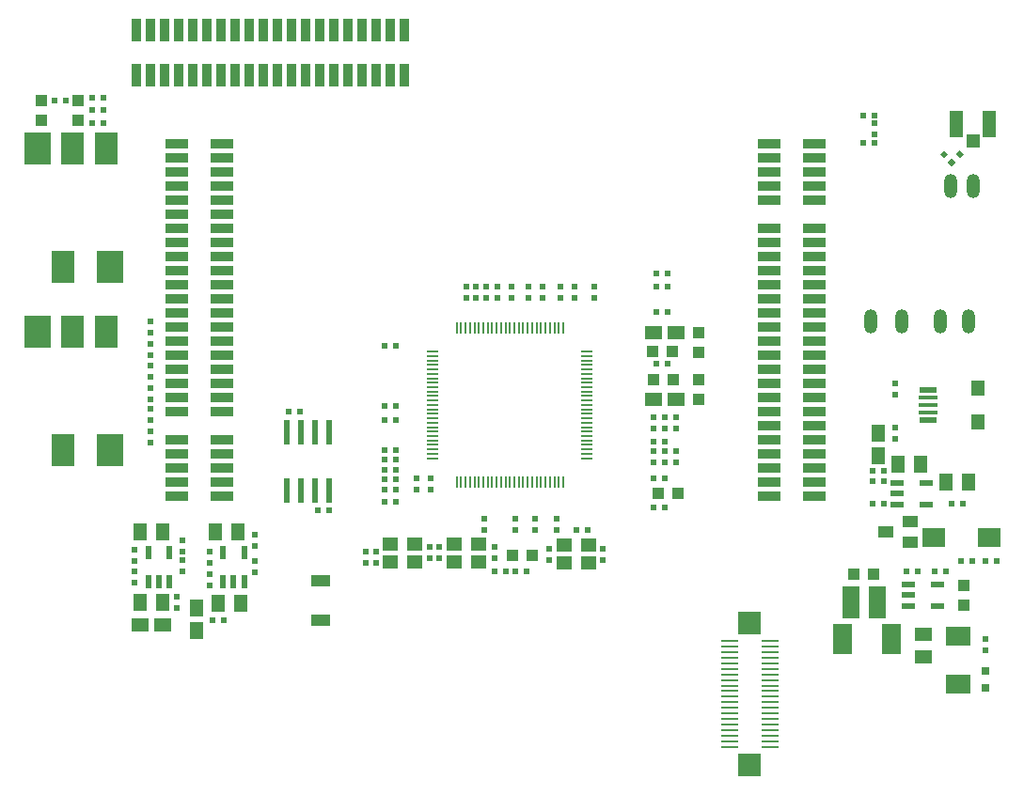
<source format=gbr>
%TF.GenerationSoftware,KiCad,Pcbnew,5.1.6-c6e7f7d~87~ubuntu18.04.1*%
%TF.CreationDate,2021-01-15T14:59:15+02:00*%
%TF.ProjectId,STMP1(A13)-SOM-EVB_Rev_B,53544d50-3128-4413-9133-292d534f4d2d,B*%
%TF.SameCoordinates,Original*%
%TF.FileFunction,Paste,Top*%
%TF.FilePolarity,Positive*%
%FSLAX46Y46*%
G04 Gerber Fmt 4.6, Leading zero omitted, Abs format (unit mm)*
G04 Created by KiCad (PCBNEW 5.1.6-c6e7f7d~87~ubuntu18.04.1) date 2021-01-15 14:59:15*
%MOMM*%
%LPD*%
G01*
G04 APERTURE LIST*
%ADD10R,1.111000X0.211000*%
%ADD11R,0.211000X1.111000*%
%ADD12R,0.500000X0.550000*%
%ADD13C,0.100000*%
%ADD14O,1.200000X2.200000*%
%ADD15R,2.000000X0.900000*%
%ADD16R,1.202400X2.352400*%
%ADD17R,1.202400X1.202400*%
%ADD18R,1.524000X1.270000*%
%ADD19R,1.016000X1.016000*%
%ADD20R,0.550000X0.500000*%
%ADD21R,1.270000X1.524000*%
%ADD22R,1.778000X1.016000*%
%ADD23R,2.286000X1.778000*%
%ADD24R,1.600000X0.230000*%
%ADD25R,2.000000X2.000000*%
%ADD26R,1.800000X2.700000*%
%ADD27R,1.998400X2.898400*%
%ADD28R,2.398400X2.898400*%
%ADD29R,1.600000X3.000000*%
%ADD30R,0.800000X0.800000*%
%ADD31R,1.400000X1.200000*%
%ADD32R,1.200000X0.550000*%
%ADD33R,0.600000X2.200000*%
%ADD34R,0.550000X1.200000*%
%ADD35R,2.000000X1.700000*%
%ADD36R,1.400000X1.000000*%
%ADD37R,0.900000X2.000000*%
%ADD38R,1.650000X0.500000*%
%ADD39R,1.721120X0.396120*%
%ADD40R,1.254000X1.354000*%
G04 APERTURE END LIST*
D10*
%TO.C,U6*%
X154270000Y-72110000D03*
X154270000Y-71710000D03*
X154270000Y-71310000D03*
X154270000Y-70910000D03*
X154270000Y-70510000D03*
X154270000Y-70110000D03*
X154270000Y-69710000D03*
X154270000Y-69310000D03*
X154270000Y-68910000D03*
X154270000Y-68510000D03*
X154270000Y-68110000D03*
X154270000Y-67710000D03*
X154270000Y-67310000D03*
X154270000Y-66910000D03*
X154270000Y-66510000D03*
X154270000Y-66110000D03*
X154270000Y-65710000D03*
X154270000Y-65310000D03*
X154270000Y-64910000D03*
X154270000Y-64510000D03*
X154270000Y-64110000D03*
X154270000Y-63710000D03*
X154270000Y-63310000D03*
X154270000Y-62910000D03*
X154270000Y-62510000D03*
D11*
X149320000Y-60360000D03*
X148520000Y-60360000D03*
X142520000Y-60360000D03*
X148920000Y-60360000D03*
X149720000Y-60360000D03*
X145720000Y-60360000D03*
X150520000Y-60360000D03*
X152120000Y-60360000D03*
X151320000Y-60360000D03*
X146520000Y-60360000D03*
X147320000Y-60360000D03*
X145320000Y-60360000D03*
X143720000Y-60360000D03*
X150120000Y-60360000D03*
X147720000Y-60360000D03*
X146120000Y-60360000D03*
X144920000Y-60360000D03*
X151720000Y-60360000D03*
X142920000Y-60360000D03*
X148120000Y-60360000D03*
X150920000Y-60360000D03*
X146920000Y-60360000D03*
X144120000Y-60360000D03*
X143320000Y-60360000D03*
X144520000Y-60360000D03*
D10*
X140370000Y-69310000D03*
X140370000Y-68510000D03*
X140370000Y-62510000D03*
X140370000Y-68910000D03*
X140370000Y-69710000D03*
X140370000Y-65710000D03*
X140370000Y-70510000D03*
X140370000Y-72110000D03*
X140370000Y-71310000D03*
X140370000Y-66510000D03*
X140370000Y-67310000D03*
X140370000Y-65310000D03*
X140370000Y-63710000D03*
X140370000Y-70110000D03*
X140370000Y-67710000D03*
X140370000Y-66110000D03*
X140370000Y-64910000D03*
X140370000Y-71710000D03*
X140370000Y-62910000D03*
X140370000Y-68110000D03*
X140370000Y-70910000D03*
X140370000Y-66910000D03*
X140370000Y-64110000D03*
X140370000Y-63310000D03*
X140370000Y-64510000D03*
D11*
X142520000Y-74260000D03*
X149320000Y-74260000D03*
X152120000Y-74260000D03*
X146520000Y-74260000D03*
X147320000Y-74260000D03*
X150120000Y-74260000D03*
X147720000Y-74260000D03*
X146120000Y-74260000D03*
X144920000Y-74260000D03*
X149720000Y-74260000D03*
X148920000Y-74260000D03*
X145720000Y-74260000D03*
X150520000Y-74260000D03*
X151320000Y-74260000D03*
X145320000Y-74260000D03*
X143720000Y-74260000D03*
X148520000Y-74260000D03*
X151720000Y-74260000D03*
X142920000Y-74260000D03*
X148120000Y-74260000D03*
X150920000Y-74260000D03*
X146920000Y-74260000D03*
X144120000Y-74260000D03*
X143320000Y-74260000D03*
X144520000Y-74260000D03*
%TD*%
D12*
%TO.C,C3*%
X179142000Y-43688000D03*
X180158000Y-43688000D03*
%TD*%
D13*
%TO.C,R4*%
G36*
X187100000Y-45078554D02*
G01*
X187453553Y-45432107D01*
X187100000Y-45785660D01*
X186746447Y-45432107D01*
X187100000Y-45078554D01*
G37*
G36*
X187807107Y-45078553D02*
G01*
X187453554Y-44725000D01*
X187807107Y-44371447D01*
X188160660Y-44725000D01*
X187807107Y-45078553D01*
G37*
G36*
X186746446Y-44725000D02*
G01*
X186392893Y-45078553D01*
X186039340Y-44725000D01*
X186392893Y-44371447D01*
X186746446Y-44725000D01*
G37*
%TD*%
D12*
%TO.C,R16*%
X136017000Y-76073000D03*
X137033000Y-76073000D03*
%TD*%
%TO.C,C4*%
X180158000Y-41200000D03*
X179142000Y-41200000D03*
%TD*%
D14*
%TO.C,U1*%
X187039000Y-47621000D03*
X189039000Y-47621000D03*
X188589000Y-59821000D03*
X186069000Y-59821000D03*
X182589000Y-59821000D03*
X179809000Y-59821000D03*
%TD*%
D15*
%TO.C,GPIO-3*%
X117348000Y-70485000D03*
X121412000Y-70485000D03*
X117348000Y-71755000D03*
X121412000Y-71755000D03*
X117348000Y-73025000D03*
X121412000Y-73025000D03*
X117348000Y-74295000D03*
X121412000Y-74295000D03*
X117348000Y-75565000D03*
X121412000Y-75565000D03*
%TD*%
%TO.C,GPIO-2*%
X174752000Y-48895000D03*
X170688000Y-48895000D03*
X174752000Y-47625000D03*
X170688000Y-47625000D03*
X174752000Y-46355000D03*
X170688000Y-46355000D03*
X174752000Y-45085000D03*
X170688000Y-45085000D03*
X174752000Y-43815000D03*
X170688000Y-43815000D03*
%TD*%
%TO.C,LCD_TR1*%
X117348000Y-56515000D03*
X121412000Y-56515000D03*
X117348000Y-57785000D03*
X121412000Y-57785000D03*
X117348000Y-59055000D03*
X121412000Y-59055000D03*
X117348000Y-60325000D03*
X121412000Y-60325000D03*
X117348000Y-61595000D03*
X121412000Y-61595000D03*
X117348000Y-62865000D03*
X121412000Y-62865000D03*
X117348000Y-64135000D03*
X121412000Y-64135000D03*
X117348000Y-65405000D03*
X121412000Y-65405000D03*
X117348000Y-66675000D03*
X121412000Y-66675000D03*
X117348000Y-67945000D03*
X121412000Y-67945000D03*
X121412000Y-55245000D03*
X117348000Y-55245000D03*
X121412000Y-53975000D03*
X117348000Y-53975000D03*
X121412000Y-52705000D03*
X117348000Y-52705000D03*
X121412000Y-51435000D03*
X117348000Y-51435000D03*
X121412000Y-50165000D03*
X117348000Y-50165000D03*
X121412000Y-48895000D03*
X117348000Y-48895000D03*
X121412000Y-47625000D03*
X117348000Y-47625000D03*
X121412000Y-46355000D03*
X117348000Y-46355000D03*
X121412000Y-45085000D03*
X117348000Y-45085000D03*
X121412000Y-43815000D03*
X117348000Y-43815000D03*
%TD*%
%TO.C,GPIO-1*%
X174752000Y-75564999D03*
X170688000Y-75564999D03*
X174752000Y-74294999D03*
X170688000Y-74294999D03*
X174752000Y-73024999D03*
X170688000Y-73024999D03*
X174752000Y-71754999D03*
X170688000Y-71754999D03*
X174752000Y-70484999D03*
X170688000Y-70484999D03*
X174752000Y-69214999D03*
X170688000Y-69214999D03*
X174752000Y-67944999D03*
X170688000Y-67944999D03*
X174752000Y-66674999D03*
X170688000Y-66674999D03*
X174752000Y-65404999D03*
X170688000Y-65404999D03*
X174752000Y-64134999D03*
X170688000Y-64134999D03*
X170688000Y-51434999D03*
X174752000Y-51434999D03*
X170688000Y-52704999D03*
X174752000Y-52704999D03*
X170688000Y-53974999D03*
X174752000Y-53974999D03*
X170688000Y-55244999D03*
X174752000Y-55244999D03*
X170688000Y-56514999D03*
X174752000Y-56514999D03*
X170688000Y-57784999D03*
X174752000Y-57784999D03*
X170688000Y-59054999D03*
X174752000Y-59054999D03*
X170688000Y-60324999D03*
X174752000Y-60324999D03*
X170688000Y-61594999D03*
X174752000Y-61594999D03*
X170688000Y-62864999D03*
X174752000Y-62864999D03*
%TD*%
D16*
%TO.C,ANT2*%
X187500000Y-42025000D03*
X190500000Y-42025000D03*
D17*
X189000000Y-43525000D03*
%TD*%
D18*
%TO.C,C1*%
X184531000Y-88011000D03*
X184531000Y-90043000D03*
%TD*%
D19*
%TO.C,C2*%
X188214000Y-83566000D03*
X188214000Y-85344000D03*
%TD*%
%TO.C,C5*%
X178308000Y-82550000D03*
X180086000Y-82550000D03*
%TD*%
%TO.C,C6*%
X161925000Y-62484000D03*
X160147000Y-62484000D03*
%TD*%
D12*
%TO.C,C7*%
X161544000Y-63627000D03*
X160528000Y-63627000D03*
%TD*%
%TO.C,C8*%
X160528000Y-55499000D03*
X161544000Y-55499000D03*
%TD*%
D20*
%TO.C,C9*%
X153162000Y-57658000D03*
X153162000Y-56642000D03*
%TD*%
D12*
%TO.C,C10*%
X136017000Y-67437000D03*
X137033000Y-67437000D03*
%TD*%
D20*
%TO.C,C11*%
X140208000Y-73914000D03*
X140208000Y-74930000D03*
%TD*%
D12*
%TO.C,C12*%
X161290000Y-73914000D03*
X160274000Y-73914000D03*
%TD*%
%TO.C,C13*%
X136017000Y-61976000D03*
X137033000Y-61976000D03*
%TD*%
%TO.C,C14*%
X136017000Y-68707000D03*
X137033000Y-68707000D03*
%TD*%
D20*
%TO.C,C15*%
X149606000Y-77597000D03*
X149606000Y-78613000D03*
%TD*%
%TO.C,C16*%
X145034000Y-78613000D03*
X145034000Y-77597000D03*
%TD*%
D12*
%TO.C,C17*%
X137033000Y-74930000D03*
X136017000Y-74930000D03*
%TD*%
D20*
%TO.C,C18*%
X147828000Y-78613000D03*
X147828000Y-77597000D03*
%TD*%
D19*
%TO.C,C19*%
X162052000Y-65024000D03*
X160274000Y-65024000D03*
%TD*%
D12*
%TO.C,C20*%
X161544000Y-58928000D03*
X160528000Y-58928000D03*
%TD*%
D20*
%TO.C,C21*%
X150241000Y-56642000D03*
X150241000Y-57658000D03*
%TD*%
%TO.C,C22*%
X146177000Y-57658000D03*
X146177000Y-56642000D03*
%TD*%
%TO.C,C23*%
X143383000Y-56642000D03*
X143383000Y-57658000D03*
%TD*%
D12*
%TO.C,C24*%
X137033000Y-71374000D03*
X136017000Y-71374000D03*
%TD*%
D20*
%TO.C,C25*%
X138938000Y-74930000D03*
X138938000Y-73914000D03*
%TD*%
D12*
%TO.C,C26*%
X161290000Y-70612000D03*
X160274000Y-70612000D03*
%TD*%
D20*
%TO.C,C27*%
X151511000Y-78613000D03*
X151511000Y-77597000D03*
%TD*%
%TO.C,C28*%
X135255000Y-81534000D03*
X135255000Y-80518000D03*
%TD*%
%TO.C,C29*%
X140081000Y-81153000D03*
X140081000Y-80137000D03*
%TD*%
%TO.C,C30*%
X140970000Y-81153000D03*
X140970000Y-80137000D03*
%TD*%
%TO.C,C31*%
X145923000Y-81153000D03*
X145923000Y-80137000D03*
%TD*%
%TO.C,C32*%
X150876000Y-81280000D03*
X150876000Y-80264000D03*
%TD*%
%TO.C,C33*%
X155702000Y-81280000D03*
X155702000Y-80264000D03*
%TD*%
D12*
%TO.C,C34*%
X137033000Y-73152000D03*
X136017000Y-73152000D03*
%TD*%
%TO.C,C37*%
X131064000Y-76835000D03*
X130048000Y-76835000D03*
%TD*%
D19*
%TO.C,C35*%
X164338000Y-62611000D03*
X164338000Y-60833000D03*
%TD*%
%TO.C,C36*%
X164338000Y-65024000D03*
X164338000Y-66802000D03*
%TD*%
D20*
%TO.C,C38*%
X162306000Y-68453000D03*
X162306000Y-69469000D03*
%TD*%
D21*
%TO.C,C39*%
X116078000Y-78740000D03*
X114046000Y-78740000D03*
%TD*%
%TO.C,C40*%
X120777000Y-78740000D03*
X122809000Y-78740000D03*
%TD*%
D20*
%TO.C,C41*%
X162306000Y-71501000D03*
X162306000Y-72517000D03*
%TD*%
D21*
%TO.C,C43*%
X116078000Y-85090000D03*
X114046000Y-85090000D03*
%TD*%
%TO.C,C44*%
X123063000Y-85217000D03*
X121031000Y-85217000D03*
%TD*%
D22*
%TO.C,C45*%
X130302000Y-86741000D03*
X130302000Y-83185000D03*
%TD*%
D20*
%TO.C,C46*%
X117348000Y-85598000D03*
X117348000Y-84582000D03*
%TD*%
D12*
%TO.C,C47*%
X121539000Y-86741000D03*
X120523000Y-86741000D03*
%TD*%
D23*
%TO.C,D1*%
X187706000Y-88120000D03*
X187706000Y-92474000D03*
%TD*%
D24*
%TO.C,Flash_Con1*%
X167110000Y-88595000D03*
X167110000Y-94595000D03*
X170710000Y-96095000D03*
X170710000Y-94595000D03*
X170710000Y-93595000D03*
X167110000Y-94095000D03*
X170710000Y-95595000D03*
X170710000Y-92595000D03*
X167110000Y-90595000D03*
X167110000Y-89095000D03*
X167110000Y-89595000D03*
X170710000Y-97595000D03*
X167110000Y-92595000D03*
X167110000Y-90095000D03*
X170710000Y-89595000D03*
X167110000Y-95595000D03*
X170710000Y-97095000D03*
X167110000Y-98095000D03*
X167110000Y-97095000D03*
X167110000Y-91095000D03*
X167110000Y-92095000D03*
X170710000Y-91095000D03*
X170710000Y-93095000D03*
X170710000Y-96595000D03*
X167110000Y-91595000D03*
X170710000Y-95095000D03*
X167110000Y-97595000D03*
X167110000Y-96595000D03*
X167110000Y-96095000D03*
X170710000Y-90595000D03*
X170710000Y-88595000D03*
X167110000Y-93095000D03*
X170710000Y-94095000D03*
X167110000Y-95095000D03*
X170710000Y-98095000D03*
X170710000Y-91595000D03*
X170710000Y-90095000D03*
X170710000Y-89095000D03*
X170710000Y-92095000D03*
X167110000Y-93595000D03*
D25*
X168910000Y-99745000D03*
X168910000Y-86945000D03*
%TD*%
D26*
%TO.C,FUSE1*%
X177251000Y-88392000D03*
X181651000Y-88392000D03*
%TD*%
D27*
%TO.C,HEADPHONES1*%
X107900000Y-60740000D03*
X107100000Y-71340000D03*
X111000000Y-60740000D03*
D28*
X111300000Y-71340000D03*
X104800000Y-60740000D03*
%TD*%
D29*
%TO.C,L1*%
X180397000Y-85090000D03*
X177997000Y-85090000D03*
%TD*%
D18*
%TO.C,L3*%
X162306000Y-60833000D03*
X160274000Y-60833000D03*
%TD*%
%TO.C,L4*%
X160274000Y-66802000D03*
X162306000Y-66802000D03*
%TD*%
%TO.C,L5*%
X116078000Y-87122000D03*
X114046000Y-87122000D03*
%TD*%
D21*
%TO.C,L6*%
X119126000Y-85598000D03*
X119126000Y-87630000D03*
%TD*%
D28*
%TO.C,MICROPHONE1*%
X104800000Y-44230000D03*
X111300000Y-54830000D03*
D27*
X111000000Y-44230000D03*
X107100000Y-54830000D03*
X107900000Y-44230000D03*
%TD*%
D30*
%TO.C,PWRLED1*%
X190119000Y-92837000D03*
X190119000Y-91313000D03*
%TD*%
D31*
%TO.C,Q2*%
X136568000Y-79845000D03*
X138768000Y-81445000D03*
X138768000Y-79845000D03*
X136568000Y-81445000D03*
%TD*%
%TO.C,Q3*%
X142283000Y-81445000D03*
X144483000Y-79845000D03*
X144483000Y-81445000D03*
X142283000Y-79845000D03*
%TD*%
%TO.C,Q1*%
X152189000Y-81572000D03*
X154389000Y-79972000D03*
X154389000Y-81572000D03*
X152189000Y-79972000D03*
%TD*%
D20*
%TO.C,R1*%
X190119000Y-88392000D03*
X190119000Y-89408000D03*
%TD*%
D12*
%TO.C,R2*%
X184023000Y-82296000D03*
X183007000Y-82296000D03*
%TD*%
%TO.C,R3*%
X186563000Y-82296000D03*
X185547000Y-82296000D03*
%TD*%
D19*
%TO.C,R5*%
X149352000Y-80899000D03*
X147574000Y-80899000D03*
%TD*%
D12*
%TO.C,R6*%
X137033000Y-72263000D03*
X136017000Y-72263000D03*
%TD*%
D19*
%TO.C,R8*%
X160655000Y-75311000D03*
X162433000Y-75311000D03*
%TD*%
D12*
%TO.C,R19*%
X127381000Y-67945000D03*
X128397000Y-67945000D03*
%TD*%
D20*
%TO.C,R12*%
X151892000Y-56642000D03*
X151892000Y-57658000D03*
%TD*%
%TO.C,R13*%
X148971000Y-57658000D03*
X148971000Y-56642000D03*
%TD*%
D12*
%TO.C,R14*%
X160274000Y-76581000D03*
X161290000Y-76581000D03*
%TD*%
%TO.C,R15*%
X161544000Y-56642000D03*
X160528000Y-56642000D03*
%TD*%
%TO.C,R17*%
X136017000Y-74041000D03*
X137033000Y-74041000D03*
%TD*%
D20*
%TO.C,R18*%
X147447000Y-57658000D03*
X147447000Y-56642000D03*
%TD*%
%TO.C,R21*%
X117856000Y-80518000D03*
X117856000Y-79502000D03*
%TD*%
%TO.C,R22*%
X124333000Y-80010000D03*
X124333000Y-78994000D03*
%TD*%
D12*
%TO.C,R23*%
X160274000Y-69469000D03*
X161290000Y-69469000D03*
%TD*%
%TO.C,R24*%
X161290000Y-68453000D03*
X160274000Y-68453000D03*
%TD*%
%TO.C,R25*%
X160274000Y-72517001D03*
X161290000Y-72517001D03*
%TD*%
%TO.C,R26*%
X161290000Y-71501000D03*
X160274000Y-71501000D03*
%TD*%
D20*
%TO.C,R27*%
X134366000Y-81534000D03*
X134366000Y-80518000D03*
%TD*%
D12*
%TO.C,R28*%
X147828000Y-82296000D03*
X148844000Y-82296000D03*
%TD*%
D20*
%TO.C,R29*%
X117855999Y-81280000D03*
X117855999Y-82296000D03*
%TD*%
%TO.C,R30*%
X124333000Y-81407000D03*
X124333000Y-82423000D03*
%TD*%
%TO.C,R31*%
X113538000Y-80391000D03*
X113538000Y-81407000D03*
%TD*%
%TO.C,R32*%
X120269000Y-80518001D03*
X120269000Y-81534001D03*
%TD*%
%TO.C,R33*%
X113538000Y-83312000D03*
X113538000Y-82296000D03*
%TD*%
%TO.C,R34*%
X120268999Y-82550000D03*
X120268999Y-83566000D03*
%TD*%
D32*
%TO.C,U2*%
X185831000Y-85405000D03*
X185831000Y-83505000D03*
X183231000Y-85405000D03*
X183231000Y-84455000D03*
X183231000Y-83505000D03*
%TD*%
D33*
%TO.C,U3*%
X131064000Y-69790000D03*
X129794000Y-69790000D03*
X128524000Y-69790000D03*
X127254000Y-69790000D03*
X127254000Y-74990000D03*
X128524000Y-74990000D03*
X129794000Y-74990000D03*
X131064000Y-74990000D03*
%TD*%
D34*
%TO.C,U4*%
X114747000Y-83215000D03*
X115697000Y-83215000D03*
X116647000Y-83215000D03*
X114747000Y-80615000D03*
X116647000Y-80615000D03*
%TD*%
%TO.C,U5*%
X123378000Y-80615000D03*
X121478000Y-80615000D03*
X123378000Y-83215000D03*
X122428000Y-83215000D03*
X121478000Y-83215000D03*
%TD*%
D12*
%TO.C,C42*%
X146939000Y-82296000D03*
X145923000Y-82296000D03*
%TD*%
D20*
%TO.C,L2*%
X180150000Y-42926000D03*
X180150000Y-41910000D03*
%TD*%
D12*
%TO.C,R7*%
X154305000Y-78613000D03*
X153289000Y-78613000D03*
%TD*%
D20*
%TO.C,R20*%
X154940000Y-56642000D03*
X154940000Y-57658000D03*
%TD*%
D21*
%TO.C,C48*%
X186563000Y-74295000D03*
X188595000Y-74295000D03*
%TD*%
%TO.C,C50*%
X182245000Y-72644000D03*
X184277000Y-72644000D03*
%TD*%
D20*
%TO.C,C51*%
X181991000Y-70358000D03*
X181991000Y-69342000D03*
%TD*%
D35*
%TO.C,D2*%
X190460000Y-79248000D03*
X185460000Y-79248000D03*
%TD*%
D36*
%TO.C,FET1*%
X183352440Y-79689960D03*
X183352440Y-77787500D03*
X181142640Y-78742540D03*
%TD*%
D21*
%TO.C,L7*%
X180467000Y-71882000D03*
X180467000Y-69850000D03*
%TD*%
D37*
%TO.C,LCD1*%
X126365000Y-37592000D03*
X126365000Y-33528000D03*
X127635000Y-37592000D03*
X127635000Y-33528000D03*
X128905000Y-37592000D03*
X128905000Y-33528000D03*
X130175000Y-37592000D03*
X130175000Y-33528000D03*
X131445000Y-37592000D03*
X131445000Y-33528000D03*
X132715000Y-37592000D03*
X132715000Y-33528000D03*
X133985000Y-37592000D03*
X133985000Y-33528000D03*
X135255000Y-37592000D03*
X135255000Y-33528000D03*
X136525000Y-37592000D03*
X136525000Y-33528000D03*
X137795000Y-37592000D03*
X137795000Y-33528000D03*
X125095000Y-33528000D03*
X125095000Y-37592000D03*
X123825000Y-33528000D03*
X123825000Y-37592000D03*
X122555000Y-33528000D03*
X122555000Y-37592000D03*
X121285000Y-33528000D03*
X121285000Y-37592000D03*
X120015000Y-33528000D03*
X120015000Y-37592000D03*
X118745000Y-33528000D03*
X118745000Y-37592000D03*
X117475000Y-33528000D03*
X117475000Y-37592000D03*
X116205000Y-33528000D03*
X116205000Y-37592000D03*
X114935000Y-33528000D03*
X114935000Y-37592000D03*
X113665000Y-33528000D03*
X113665000Y-37592000D03*
%TD*%
D12*
%TO.C,R35*%
X187071000Y-76200000D03*
X188087000Y-76200000D03*
%TD*%
%TO.C,R36*%
X180975000Y-76200000D03*
X179959000Y-76200000D03*
%TD*%
%TO.C,R37*%
X179959001Y-74168000D03*
X180975001Y-74168000D03*
%TD*%
%TO.C,R38*%
X179959000Y-73279001D03*
X180975000Y-73279001D03*
%TD*%
D20*
%TO.C,R39*%
X181991000Y-66421000D03*
X181991000Y-65405000D03*
%TD*%
D12*
%TO.C,R40*%
X188976000Y-81407000D03*
X187960000Y-81407000D03*
%TD*%
%TO.C,R41*%
X191135000Y-81407000D03*
X190119000Y-81407000D03*
%TD*%
D32*
%TO.C,U7*%
X182215000Y-74361000D03*
X182215000Y-75311000D03*
X182215000Y-76261000D03*
X184815000Y-74361000D03*
X184815000Y-76261000D03*
%TD*%
D38*
%TO.C,USB-OTG1*%
X184937000Y-68697500D03*
D39*
X184937000Y-67960000D03*
X184937000Y-67310000D03*
X184937000Y-66660000D03*
D38*
X184937000Y-65922500D03*
D40*
X189487000Y-68810000D03*
X189487000Y-65810000D03*
%TD*%
D19*
%TO.C,C49*%
X105156000Y-39878000D03*
X105156000Y-41656000D03*
%TD*%
%TO.C,C52*%
X108458000Y-41656000D03*
X108458000Y-39878000D03*
%TD*%
D12*
%TO.C,C53*%
X109728000Y-41910000D03*
X110744000Y-41910000D03*
%TD*%
%TO.C,C54*%
X109728000Y-40767000D03*
X110744000Y-40767000D03*
%TD*%
D20*
%TO.C,C55*%
X114935001Y-62865000D03*
X114935001Y-61849000D03*
%TD*%
%TO.C,C56*%
X114935000Y-64770000D03*
X114935000Y-63754000D03*
%TD*%
%TO.C,C57*%
X114935000Y-67691000D03*
X114935000Y-68707000D03*
%TD*%
D12*
%TO.C,R9*%
X106299000Y-39878000D03*
X107315000Y-39878000D03*
%TD*%
%TO.C,R10*%
X110744000Y-39624000D03*
X109728000Y-39624000D03*
%TD*%
D20*
%TO.C,R11*%
X114935001Y-59817000D03*
X114935001Y-60833000D03*
%TD*%
%TO.C,R42*%
X114935000Y-65786000D03*
X114935000Y-66802000D03*
%TD*%
%TO.C,R43*%
X114935000Y-70739000D03*
X114935000Y-69723000D03*
%TD*%
%TO.C,R44*%
X144272000Y-56642000D03*
X144272000Y-57658000D03*
%TD*%
%TO.C,R45*%
X145161000Y-57658000D03*
X145161000Y-56642000D03*
%TD*%
M02*

</source>
